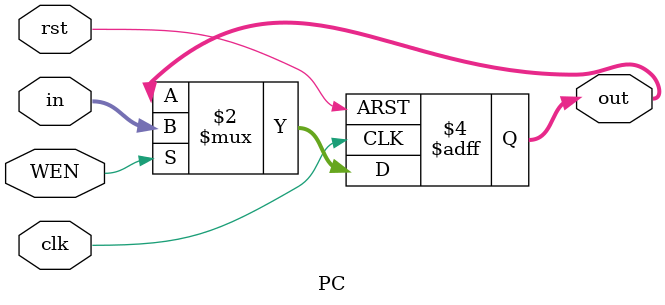
<source format=sv>
module PC(clk, rst, WEN, in, out);
input         clk;
input         rst;
input         WEN;
input  [31:0] in;
output [31:0] out;

reg    [31:0] out;

always @(posedge clk or posedge rst) begin
    if (rst) begin
        out <= 32'b0;
    end
    else begin
        if (WEN) begin
            out <= in;
        end
    end
end


endmodule

</source>
